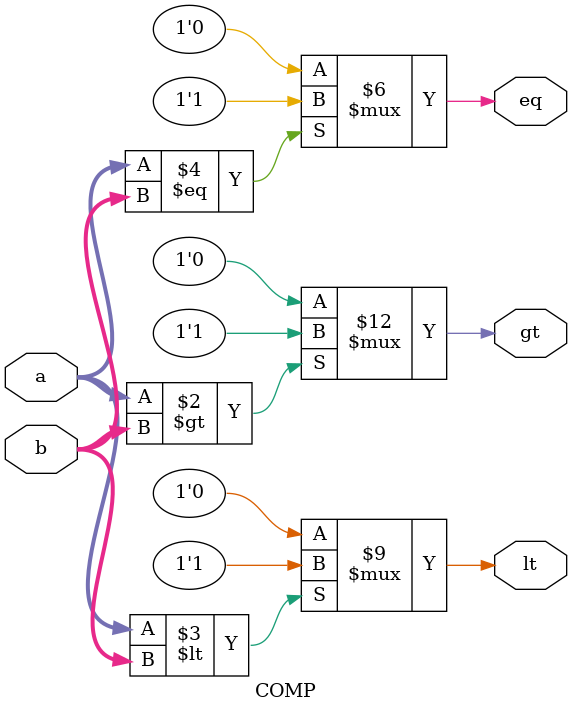
<source format=v>
`timescale 1ns / 1ps

module COMP #(parameter DATAWIDTH = 64)(a,b,gt,lt,eq);
    input [DATAWIDTH-1:0]           a,b;
    output reg                      gt,lt,eq;
    
    always@(*) begin
        if ($unsigned(a) > $unsigned(b)) begin
            gt = 1;
        end else begin
            gt = 0;
        end
        if ($unsigned(a) < $unsigned(b)) begin
            lt = 1;
        end else begin
            lt = 0;
        end
        if ($unsigned(a) == $unsigned(b)) begin
            eq = 1;
        end else begin
            eq = 0;
        end
    end

    
endmodule

</source>
